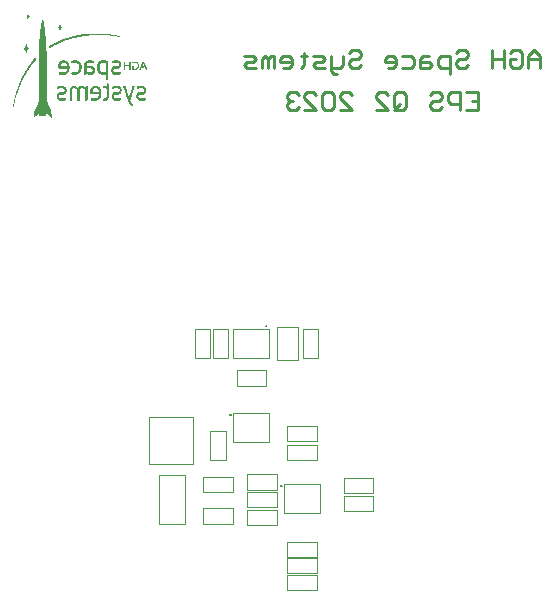
<source format=gbr>
%TF.GenerationSoftware,Altium Limited,Altium Designer,21.6.1 (37)*%
G04 Layer_Color=32896*
%FSLAX45Y45*%
%MOMM*%
%TF.SameCoordinates,713E3131-B0EE-4415-9D9D-843BC13DAD56*%
%TF.FilePolarity,Positive*%
%TF.FileFunction,Legend,Bot*%
%TF.Part,Single*%
G01*
G75*
%TA.AperFunction,NonConductor*%
%ADD35C,0.20000*%
%ADD36C,0.25400*%
%ADD37C,0.10000*%
%ADD38C,0.10160*%
G36*
X914302Y7799461D02*
X916980D01*
Y7796783D01*
X919658D01*
Y7794105D01*
X922336D01*
Y7791427D01*
X925014D01*
Y7786071D01*
X919658D01*
Y7783393D01*
X916980D01*
Y7778037D01*
X914302D01*
Y7770002D01*
X911624D01*
Y7767324D01*
X908945D01*
Y7772680D01*
X906267D01*
Y7778037D01*
Y7780715D01*
X903589D01*
Y7783393D01*
X900911D01*
Y7786071D01*
X898233D01*
Y7791427D01*
X900911D01*
Y7796783D01*
X903589D01*
Y7799461D01*
X906267D01*
Y7807495D01*
X908945D01*
Y7810173D01*
X914302D01*
Y7799461D01*
D02*
G37*
G36*
X1182109Y7724475D02*
X1184787D01*
Y7721797D01*
X1187465D01*
Y7713763D01*
X1190143D01*
Y7708406D01*
X1192822D01*
Y7705728D01*
X1195500D01*
Y7703050D01*
X1198178D01*
Y7700372D01*
X1200856D01*
Y7695016D01*
X1198178D01*
Y7692338D01*
X1195500D01*
Y7689660D01*
X1192822D01*
Y7686982D01*
X1190143D01*
Y7681626D01*
X1187465D01*
Y7673591D01*
X1184787D01*
Y7670913D01*
X1182109D01*
Y7668235D01*
X1179431D01*
Y7676270D01*
X1176753D01*
Y7684304D01*
X1174075D01*
Y7689660D01*
X1171397D01*
Y7692338D01*
X1168719D01*
Y7695016D01*
X1166041D01*
Y7703050D01*
X1171397D01*
Y7705728D01*
X1174075D01*
Y7708406D01*
X1176753D01*
Y7721797D01*
X1179431D01*
Y7727153D01*
X1182109D01*
Y7724475D01*
D02*
G37*
G36*
X1557040Y7641455D02*
X1581143D01*
Y7638776D01*
X1610602D01*
Y7636099D01*
X1626670D01*
Y7633420D01*
X1640060D01*
Y7630742D01*
X1661485D01*
Y7628064D01*
X1664163D01*
Y7625386D01*
X1677553D01*
Y7622708D01*
X1685588D01*
Y7620030D01*
X1666841D01*
Y7622708D01*
X1658807D01*
Y7625386D01*
X1621314D01*
Y7628064D01*
X1602568D01*
Y7630742D01*
X1551684D01*
Y7633420D01*
X1468664D01*
Y7630742D01*
X1431170D01*
Y7628064D01*
X1409746D01*
Y7625386D01*
X1377609D01*
Y7622708D01*
X1369575D01*
Y7620030D01*
X1345472D01*
Y7617352D01*
X1337438D01*
Y7614674D01*
X1324047D01*
Y7611996D01*
X1310657D01*
Y7609318D01*
X1302623D01*
Y7606640D01*
X1286554D01*
Y7603961D01*
X1281198D01*
Y7601284D01*
X1270486D01*
Y7598605D01*
X1259774D01*
Y7595927D01*
X1254417D01*
Y7593249D01*
X1243705D01*
Y7590571D01*
X1238349D01*
Y7587893D01*
X1227637D01*
Y7585215D01*
X1222281D01*
Y7582537D01*
X1216924D01*
Y7579859D01*
X1206212D01*
Y7577181D01*
X1203534D01*
Y7574503D01*
X1192822D01*
Y7571825D01*
X1187465D01*
Y7569146D01*
X1182109D01*
Y7566468D01*
X1176753D01*
Y7563790D01*
X1171397D01*
Y7561112D01*
X1163363D01*
Y7558434D01*
X1160685D01*
Y7555756D01*
X1152650D01*
Y7553078D01*
X1149972D01*
Y7550400D01*
X1144616D01*
Y7547722D01*
X1136582D01*
Y7545044D01*
X1133904D01*
Y7542366D01*
X1128548D01*
Y7539687D01*
X1123192D01*
Y7537010D01*
X1120514D01*
Y7534331D01*
X1115158D01*
Y7531653D01*
X1112479D01*
Y7528975D01*
X1104445D01*
Y7526297D01*
X1101767D01*
Y7523619D01*
X1099089D01*
Y7520941D01*
X1091055D01*
Y7523619D01*
X1088377D01*
Y7539687D01*
X1091055D01*
Y7542366D01*
X1096411D01*
Y7545044D01*
X1099089D01*
Y7547722D01*
X1107123D01*
Y7550400D01*
X1109801D01*
Y7553078D01*
X1115158D01*
Y7555756D01*
X1120514D01*
Y7558434D01*
X1123192D01*
Y7561112D01*
X1131226D01*
Y7563790D01*
X1133904D01*
Y7566468D01*
X1139260D01*
Y7569146D01*
X1144616D01*
Y7571825D01*
X1149972D01*
Y7574503D01*
X1155329D01*
Y7577181D01*
X1160685D01*
Y7579859D01*
X1168719D01*
Y7582537D01*
X1171397D01*
Y7585215D01*
X1179431D01*
Y7587893D01*
X1184787D01*
Y7590571D01*
X1190143D01*
Y7593249D01*
X1198178D01*
Y7595927D01*
X1203534D01*
Y7598605D01*
X1214246D01*
Y7601284D01*
X1219602D01*
Y7603961D01*
X1227637D01*
Y7606640D01*
X1235671D01*
Y7609318D01*
X1241027D01*
Y7611996D01*
X1254417D01*
Y7614674D01*
X1259774D01*
Y7617352D01*
X1270486D01*
Y7620030D01*
X1281198D01*
Y7622708D01*
X1289232D01*
Y7625386D01*
X1307979D01*
Y7628064D01*
X1313335D01*
Y7630742D01*
X1334760D01*
Y7633420D01*
X1345472D01*
Y7636099D01*
X1361541D01*
Y7638776D01*
X1388321D01*
Y7641455D01*
X1407068D01*
Y7644133D01*
X1557040D01*
Y7641455D01*
D02*
G37*
G36*
X900911Y7539687D02*
X903589D01*
Y7534331D01*
X906267D01*
Y7528975D01*
X908945D01*
Y7526297D01*
X911624D01*
Y7523619D01*
X916980D01*
Y7520941D01*
X919658D01*
Y7515585D01*
X914302D01*
Y7512907D01*
X911624D01*
Y7510229D01*
X908945D01*
Y7507551D01*
X906267D01*
Y7499516D01*
X903589D01*
Y7496838D01*
X900911D01*
Y7480770D01*
X895555D01*
Y7483448D01*
X892877D01*
Y7491482D01*
X890199D01*
Y7499516D01*
X887521D01*
Y7504873D01*
X884843D01*
Y7507551D01*
X882165D01*
Y7510229D01*
X879487D01*
Y7512907D01*
X876809D01*
Y7515585D01*
X874130D01*
Y7520941D01*
X876809D01*
Y7523619D01*
X882165D01*
Y7528975D01*
X884843D01*
Y7531653D01*
X887521D01*
Y7537010D01*
X890199D01*
Y7545044D01*
X892877D01*
Y7550400D01*
X895555D01*
Y7555756D01*
X900911D01*
Y7539687D01*
D02*
G37*
G36*
X1449917Y7416496D02*
X1457951D01*
Y7413818D01*
X1465985D01*
Y7411140D01*
X1468664D01*
Y7395071D01*
X1457951D01*
Y7397749D01*
X1449917D01*
Y7400428D01*
X1423136D01*
Y7397749D01*
X1417780D01*
Y7395071D01*
X1412424D01*
Y7392393D01*
X1409746D01*
Y7387037D01*
X1407068D01*
Y7370969D01*
X1409746D01*
Y7368291D01*
X1415102D01*
Y7370969D01*
X1447239D01*
Y7368291D01*
X1460629D01*
Y7365613D01*
X1463307D01*
Y7362935D01*
X1465985D01*
Y7360257D01*
X1468664D01*
Y7357578D01*
X1471341D01*
Y7352222D01*
X1474020D01*
Y7346866D01*
X1476698D01*
Y7320085D01*
X1474020D01*
Y7314729D01*
X1471341D01*
Y7309373D01*
X1468664D01*
Y7306695D01*
X1465985D01*
Y7304017D01*
X1460629D01*
Y7301339D01*
X1457951D01*
Y7298661D01*
X1420458D01*
Y7301339D01*
X1415102D01*
Y7304017D01*
X1409746D01*
Y7306695D01*
X1404390D01*
Y7304017D01*
X1401712D01*
Y7298661D01*
X1388321D01*
Y7395071D01*
X1390999D01*
Y7400428D01*
X1393677D01*
Y7403106D01*
X1396355D01*
Y7405784D01*
X1399034D01*
Y7408462D01*
X1401712D01*
Y7411140D01*
X1404390D01*
Y7413818D01*
X1412424D01*
Y7416496D01*
X1420458D01*
Y7419174D01*
X1449917D01*
Y7416496D01*
D02*
G37*
G36*
X1779320Y7405784D02*
X1781998D01*
Y7338832D01*
X1779320D01*
Y7336154D01*
X1771286D01*
Y7338832D01*
X1768608D01*
Y7368291D01*
X1733793D01*
Y7338832D01*
X1731115D01*
Y7336154D01*
X1723081D01*
Y7338832D01*
X1720403D01*
Y7405784D01*
X1723081D01*
Y7408462D01*
X1731115D01*
Y7405784D01*
X1733793D01*
Y7381681D01*
X1736471D01*
Y7379003D01*
X1765930D01*
Y7381681D01*
X1768608D01*
Y7408462D01*
X1779320D01*
Y7405784D01*
D02*
G37*
G36*
X1827526D02*
X1835560D01*
Y7403106D01*
X1838238D01*
Y7400428D01*
X1843594D01*
Y7395071D01*
X1846272D01*
Y7389715D01*
X1848951D01*
Y7381681D01*
X1851629D01*
Y7365613D01*
X1848951D01*
Y7362935D01*
Y7360257D01*
Y7357578D01*
X1846272D01*
Y7352222D01*
X1843594D01*
Y7349544D01*
X1840916D01*
Y7346866D01*
X1838238D01*
Y7344188D01*
X1835560D01*
Y7341510D01*
X1830204D01*
Y7338832D01*
X1822170D01*
Y7336154D01*
X1800745D01*
Y7338832D01*
X1795389D01*
Y7341510D01*
X1792711D01*
Y7370969D01*
X1795389D01*
Y7373647D01*
X1803423D01*
Y7368291D01*
X1806101D01*
Y7349544D01*
X1827526D01*
Y7352222D01*
X1830204D01*
Y7354900D01*
X1832882D01*
Y7357578D01*
X1835560D01*
Y7362935D01*
X1838238D01*
Y7384359D01*
X1835560D01*
Y7389715D01*
X1832882D01*
Y7392393D01*
X1830204D01*
Y7395071D01*
X1824848D01*
Y7397749D01*
X1800745D01*
Y7395071D01*
X1795389D01*
Y7397749D01*
X1792711D01*
Y7405784D01*
X1795389D01*
Y7408462D01*
X1827526D01*
Y7405784D01*
D02*
G37*
G36*
X1894478Y7403106D02*
X1897156D01*
Y7397749D01*
X1899834D01*
Y7392393D01*
X1902512D01*
Y7384359D01*
X1905190D01*
Y7379003D01*
X1907868D01*
Y7370969D01*
X1910546D01*
Y7365613D01*
X1913224D01*
Y7360257D01*
X1915902D01*
Y7352222D01*
X1918581D01*
Y7349544D01*
X1921259D01*
Y7336154D01*
X1913224D01*
Y7338832D01*
X1910546D01*
Y7344188D01*
X1907868D01*
Y7349544D01*
X1905190D01*
Y7354900D01*
X1902512D01*
Y7365613D01*
X1897156D01*
Y7362935D01*
X1894478D01*
Y7357578D01*
X1873053D01*
Y7354900D01*
X1870375D01*
Y7346866D01*
X1867697D01*
Y7341510D01*
X1865019D01*
Y7338832D01*
X1862341D01*
Y7336154D01*
X1854307D01*
Y7338832D01*
X1851629D01*
Y7344188D01*
X1854307D01*
Y7346866D01*
X1856985D01*
Y7354900D01*
X1859663D01*
Y7360257D01*
X1862341D01*
Y7365613D01*
X1865019D01*
Y7373647D01*
X1867697D01*
Y7379003D01*
X1870375D01*
Y7387037D01*
X1873053D01*
Y7392393D01*
X1875731D01*
Y7397749D01*
X1878410D01*
Y7405784D01*
X1881087D01*
Y7408462D01*
X1894478D01*
Y7403106D01*
D02*
G37*
G36*
X1672197Y7416496D02*
X1677553D01*
Y7413818D01*
X1685588D01*
Y7411140D01*
X1688266D01*
Y7408462D01*
X1690944D01*
Y7405784D01*
X1693622D01*
Y7403106D01*
X1696300D01*
Y7395071D01*
X1698978D01*
Y7387037D01*
X1701656D01*
Y7384359D01*
X1698978D01*
Y7368291D01*
X1696300D01*
Y7360257D01*
X1693622D01*
Y7357578D01*
X1690944D01*
Y7354900D01*
X1688266D01*
Y7352222D01*
X1682910D01*
Y7349544D01*
X1669519D01*
Y7346866D01*
X1642739D01*
Y7344188D01*
X1637382D01*
Y7341510D01*
X1634704D01*
Y7333476D01*
X1632026D01*
Y7328119D01*
X1634704D01*
Y7325441D01*
X1637382D01*
Y7320085D01*
X1640060D01*
Y7317407D01*
X1685588D01*
Y7320085D01*
X1690944D01*
Y7322763D01*
X1693622D01*
Y7320085D01*
X1696300D01*
Y7304017D01*
X1693622D01*
Y7301339D01*
X1688266D01*
Y7298661D01*
X1634704D01*
Y7301339D01*
X1632026D01*
Y7304017D01*
X1626670D01*
Y7306695D01*
X1623992D01*
Y7309373D01*
X1621314D01*
Y7312051D01*
X1618636D01*
Y7317407D01*
X1615958D01*
Y7322763D01*
X1613280D01*
Y7341510D01*
X1615958D01*
Y7349544D01*
X1618636D01*
Y7354900D01*
X1621314D01*
Y7357578D01*
X1623992D01*
Y7360257D01*
X1626670D01*
Y7362935D01*
X1632026D01*
Y7365613D01*
X1634704D01*
Y7368291D01*
X1674875D01*
Y7370969D01*
X1677553D01*
Y7373647D01*
X1680232D01*
Y7392393D01*
X1677553D01*
Y7395071D01*
X1672197D01*
Y7397749D01*
X1669519D01*
Y7400428D01*
X1640060D01*
Y7397749D01*
X1632026D01*
Y7395071D01*
X1618636D01*
Y7411140D01*
X1621314D01*
Y7413818D01*
X1629348D01*
Y7416496D01*
X1637382D01*
Y7419174D01*
X1672197D01*
Y7416496D01*
D02*
G37*
G36*
X1324047D02*
X1329403D01*
Y7413818D01*
X1337438D01*
Y7411140D01*
X1342794D01*
Y7408462D01*
X1345472D01*
Y7405784D01*
X1348150D01*
Y7403106D01*
X1350828D01*
Y7400428D01*
X1353506D01*
Y7397749D01*
X1356184D01*
Y7392393D01*
X1358862D01*
Y7387037D01*
X1361541D01*
Y7376325D01*
X1364219D01*
Y7344188D01*
X1361541D01*
Y7330798D01*
X1358862D01*
Y7325441D01*
X1356184D01*
Y7320085D01*
X1353506D01*
Y7317407D01*
X1350828D01*
Y7312051D01*
X1348150D01*
Y7309373D01*
X1342794D01*
Y7306695D01*
X1340116D01*
Y7304017D01*
X1334760D01*
Y7301339D01*
X1329403D01*
Y7298661D01*
X1281198D01*
Y7304017D01*
X1278520D01*
Y7314729D01*
X1281198D01*
Y7317407D01*
X1326725D01*
Y7320085D01*
X1329403D01*
Y7322763D01*
X1332082D01*
Y7325441D01*
X1334760D01*
Y7328119D01*
X1337438D01*
Y7333476D01*
X1340116D01*
Y7338832D01*
X1342794D01*
Y7349544D01*
X1345472D01*
Y7368291D01*
X1342794D01*
Y7379003D01*
X1340116D01*
Y7384359D01*
X1337438D01*
Y7389715D01*
X1334760D01*
Y7392393D01*
X1329403D01*
Y7395071D01*
X1326725D01*
Y7397749D01*
X1321369D01*
Y7400428D01*
X1289232D01*
Y7397749D01*
X1281198D01*
Y7400428D01*
X1278520D01*
Y7405784D01*
Y7408462D01*
Y7411140D01*
X1281198D01*
Y7416496D01*
X1289232D01*
Y7419174D01*
X1324047D01*
Y7416496D01*
D02*
G37*
G36*
X1227637D02*
X1232993D01*
Y7413818D01*
X1238349D01*
Y7411140D01*
X1243705D01*
Y7408462D01*
X1246383D01*
Y7405784D01*
X1249061D01*
Y7403106D01*
X1251739D01*
Y7400428D01*
X1254417D01*
Y7392393D01*
X1257096D01*
Y7389715D01*
X1259774D01*
Y7368291D01*
X1262452D01*
Y7349544D01*
X1259774D01*
Y7330798D01*
X1257096D01*
Y7325441D01*
X1254417D01*
Y7320085D01*
X1251739D01*
Y7314729D01*
X1249061D01*
Y7312051D01*
X1246383D01*
Y7309373D01*
X1243705D01*
Y7306695D01*
X1241027D01*
Y7304017D01*
X1232993D01*
Y7301339D01*
X1230315D01*
Y7298661D01*
X1176753D01*
Y7301339D01*
X1174075D01*
Y7306695D01*
X1171397D01*
Y7314729D01*
X1174075D01*
Y7317407D01*
X1224958D01*
Y7320085D01*
X1227637D01*
Y7322763D01*
X1232993D01*
Y7325441D01*
X1235671D01*
Y7330798D01*
X1238349D01*
Y7333476D01*
X1241027D01*
Y7349544D01*
X1171397D01*
Y7352222D01*
X1168719D01*
Y7384359D01*
X1171397D01*
Y7395071D01*
X1174075D01*
Y7400428D01*
X1176753D01*
Y7403106D01*
X1179431D01*
Y7405784D01*
X1182109D01*
Y7408462D01*
X1184787D01*
Y7411140D01*
X1187465D01*
Y7413818D01*
X1195500D01*
Y7416496D01*
X1200856D01*
Y7419174D01*
X1227637D01*
Y7416496D01*
D02*
G37*
G36*
X1570430D02*
X1578465D01*
Y7413818D01*
X1589177D01*
Y7253133D01*
X1573109D01*
Y7255811D01*
X1570430D01*
Y7298661D01*
X1527581D01*
Y7301339D01*
X1522225D01*
Y7304017D01*
X1516869D01*
Y7306695D01*
X1514191D01*
Y7309373D01*
X1511513D01*
Y7312051D01*
X1508835D01*
Y7314729D01*
X1506156D01*
Y7320085D01*
X1503479D01*
Y7325441D01*
X1500800D01*
Y7328119D01*
X1498122D01*
Y7344188D01*
Y7346866D01*
Y7349544D01*
X1495444D01*
Y7370969D01*
X1498122D01*
Y7389715D01*
X1500800D01*
Y7392393D01*
X1503479D01*
Y7397749D01*
X1506156D01*
Y7403106D01*
X1508835D01*
Y7405784D01*
X1511513D01*
Y7408462D01*
X1514191D01*
Y7411140D01*
X1519547D01*
Y7413818D01*
X1527581D01*
Y7416496D01*
X1532937D01*
Y7419174D01*
X1570430D01*
Y7416496D01*
D02*
G37*
G36*
X1412424Y7199572D02*
X1415102D01*
Y7081736D01*
X1412424D01*
Y7079058D01*
X1401712D01*
Y7076380D01*
X1399034D01*
Y7079058D01*
X1396355D01*
Y7081736D01*
X1393677D01*
Y7162079D01*
X1396355D01*
Y7164757D01*
X1393677D01*
Y7170113D01*
X1390999D01*
Y7172791D01*
X1388321D01*
Y7175469D01*
X1385643D01*
Y7178147D01*
X1380287D01*
Y7180825D01*
X1374931D01*
Y7183503D01*
X1358862D01*
Y7180825D01*
X1356184D01*
Y7178147D01*
X1353506D01*
Y7175469D01*
X1350828D01*
Y7164757D01*
X1348150D01*
Y7087093D01*
Y7084415D01*
Y7079058D01*
X1329403D01*
Y7081736D01*
X1326725D01*
Y7089771D01*
X1329403D01*
Y7156723D01*
X1326725D01*
Y7159401D01*
X1329403D01*
Y7167435D01*
X1326725D01*
Y7170113D01*
X1324047D01*
Y7175469D01*
X1318691D01*
Y7178147D01*
X1316013D01*
Y7180825D01*
X1310657D01*
Y7183503D01*
X1294588D01*
Y7180825D01*
X1289232D01*
Y7178147D01*
X1286554D01*
Y7172791D01*
X1283876D01*
Y7162079D01*
X1281198D01*
Y7087093D01*
X1283876D01*
Y7084415D01*
X1281198D01*
Y7079058D01*
X1275842D01*
Y7076380D01*
X1273164D01*
Y7079058D01*
X1262452D01*
Y7172791D01*
X1265130D01*
Y7178147D01*
X1267808D01*
Y7186181D01*
X1270486D01*
Y7188860D01*
X1273164D01*
Y7194216D01*
X1278520D01*
Y7196894D01*
X1281198D01*
Y7199572D01*
X1283876D01*
Y7202250D01*
X1313335D01*
Y7199572D01*
X1316013D01*
Y7196894D01*
X1321369D01*
Y7194216D01*
X1326725D01*
Y7191538D01*
X1329403D01*
Y7188860D01*
X1337438D01*
Y7194216D01*
X1342794D01*
Y7196894D01*
X1345472D01*
Y7199572D01*
X1350828D01*
Y7202250D01*
X1377609D01*
Y7199572D01*
X1382965D01*
Y7196894D01*
X1385643D01*
Y7194216D01*
X1390999D01*
Y7191538D01*
X1399034D01*
Y7199572D01*
X1401712D01*
Y7202250D01*
X1412424D01*
Y7199572D01*
D02*
G37*
G36*
X1814136Y7191538D02*
X1811457D01*
Y7183503D01*
X1808779D01*
Y7178147D01*
X1806101D01*
Y7164757D01*
X1803423D01*
Y7159401D01*
X1800745D01*
Y7151366D01*
X1798067D01*
Y7140654D01*
X1795389D01*
Y7135298D01*
X1792711D01*
Y7124586D01*
X1790033D01*
Y7119230D01*
X1787355D01*
Y7108517D01*
X1784677D01*
Y7100483D01*
X1781998D01*
Y7092449D01*
X1779320D01*
Y7084415D01*
Y7081736D01*
X1776642D01*
Y7073702D01*
X1779320D01*
Y7068346D01*
X1781998D01*
Y7062990D01*
X1784677D01*
Y7060312D01*
X1787355D01*
Y7057634D01*
X1790033D01*
Y7054956D01*
X1792711D01*
Y7052277D01*
X1798067D01*
Y7046921D01*
X1800745D01*
Y7041565D01*
X1798067D01*
Y7036209D01*
X1795389D01*
Y7033531D01*
X1787355D01*
Y7036209D01*
X1781998D01*
Y7038887D01*
X1779320D01*
Y7041565D01*
X1776642D01*
Y7044243D01*
X1773964D01*
Y7046921D01*
X1771286D01*
Y7049600D01*
X1768608D01*
Y7054956D01*
X1765930D01*
Y7060312D01*
X1763252D01*
Y7065668D01*
X1760574D01*
Y7073702D01*
X1757896D01*
Y7079058D01*
X1755218D01*
Y7089771D01*
X1752540D01*
Y7095127D01*
X1749862D01*
Y7105839D01*
X1747184D01*
Y7111195D01*
X1744506D01*
Y7119230D01*
X1741827D01*
Y7129942D01*
X1739149D01*
Y7132620D01*
X1736471D01*
Y7146010D01*
X1733793D01*
Y7151366D01*
X1731115D01*
Y7159401D01*
X1728437D01*
Y7167435D01*
X1725759D01*
Y7172791D01*
X1723081D01*
Y7183503D01*
X1720403D01*
Y7188860D01*
X1717725D01*
Y7202250D01*
X1733793D01*
Y7199572D01*
X1736471D01*
Y7194216D01*
X1739149D01*
Y7191538D01*
X1741827D01*
Y7175469D01*
X1744506D01*
Y7172791D01*
X1747184D01*
Y7159401D01*
X1749862D01*
Y7154045D01*
X1752540D01*
Y7146010D01*
X1755218D01*
Y7135298D01*
X1757896D01*
Y7129942D01*
X1760574D01*
Y7113874D01*
X1763252D01*
Y7111195D01*
X1765930D01*
Y7113874D01*
X1768608D01*
Y7121908D01*
X1771286D01*
Y7127264D01*
X1773964D01*
Y7140654D01*
X1776642D01*
Y7146010D01*
X1779320D01*
Y7154045D01*
X1781998D01*
Y7164757D01*
X1784677D01*
Y7170113D01*
X1787355D01*
Y7183503D01*
X1790033D01*
Y7188860D01*
X1792711D01*
Y7199572D01*
X1795389D01*
Y7202250D01*
X1814136D01*
Y7191538D01*
D02*
G37*
G36*
X1498122Y7199572D02*
X1506156D01*
Y7196894D01*
X1508835D01*
Y7194216D01*
X1514191D01*
Y7191538D01*
X1516869D01*
Y7188860D01*
X1519547D01*
Y7186181D01*
X1522225D01*
Y7180825D01*
X1524903D01*
Y7175469D01*
X1527581D01*
Y7170113D01*
X1530259D01*
Y7113874D01*
X1527581D01*
Y7108517D01*
X1524903D01*
Y7103161D01*
X1522225D01*
Y7097805D01*
X1519547D01*
Y7095127D01*
X1516869D01*
Y7092449D01*
X1514191D01*
Y7089771D01*
X1511513D01*
Y7087093D01*
X1508835D01*
Y7084415D01*
X1503479D01*
Y7081736D01*
X1498122D01*
Y7079058D01*
X1447239D01*
Y7081736D01*
X1444561D01*
Y7084415D01*
X1441883D01*
Y7097805D01*
X1444561D01*
Y7100483D01*
X1449917D01*
Y7097805D01*
X1492766D01*
Y7100483D01*
X1498122D01*
Y7103161D01*
X1500800D01*
Y7105839D01*
X1503479D01*
Y7108517D01*
X1506156D01*
Y7113874D01*
X1508835D01*
Y7116551D01*
X1511513D01*
Y7129942D01*
X1508835D01*
Y7132620D01*
X1441883D01*
Y7135298D01*
X1439205D01*
Y7140654D01*
X1436526D01*
Y7154045D01*
X1439205D01*
Y7172791D01*
X1441883D01*
Y7180825D01*
X1444561D01*
Y7183503D01*
X1447239D01*
Y7188860D01*
X1449917D01*
Y7191538D01*
X1452595D01*
Y7194216D01*
X1457951D01*
Y7196894D01*
X1460629D01*
Y7199572D01*
X1465985D01*
Y7202250D01*
X1498122D01*
Y7199572D01*
D02*
G37*
G36*
X1889122D02*
X1894478D01*
Y7196894D01*
X1899834D01*
Y7194216D01*
X1902512D01*
Y7191538D01*
X1905190D01*
Y7188860D01*
X1907868D01*
Y7183503D01*
X1910546D01*
Y7178147D01*
X1913224D01*
Y7154045D01*
X1910546D01*
Y7146010D01*
X1907868D01*
Y7140654D01*
X1905190D01*
Y7137976D01*
X1902512D01*
Y7135298D01*
X1899834D01*
Y7132620D01*
X1891800D01*
Y7129942D01*
X1856985D01*
Y7127264D01*
X1851629D01*
Y7124586D01*
X1848951D01*
Y7119230D01*
X1846272D01*
Y7108517D01*
X1848951D01*
Y7105839D01*
X1851629D01*
Y7100483D01*
X1854307D01*
Y7097805D01*
X1897156D01*
Y7100483D01*
X1902512D01*
Y7103161D01*
X1907868D01*
Y7081736D01*
X1899834D01*
Y7079058D01*
X1848951D01*
Y7081736D01*
X1843594D01*
Y7084415D01*
X1840916D01*
Y7087093D01*
X1838238D01*
Y7089771D01*
X1835560D01*
Y7092449D01*
X1832882D01*
Y7097805D01*
X1830204D01*
Y7100483D01*
X1827526D01*
Y7127264D01*
X1830204D01*
Y7132620D01*
X1832882D01*
Y7137976D01*
X1835560D01*
Y7140654D01*
X1838238D01*
Y7143332D01*
X1840916D01*
Y7146010D01*
X1846272D01*
Y7148689D01*
X1854307D01*
Y7151366D01*
X1889122D01*
Y7156723D01*
X1891800D01*
Y7159401D01*
X1894478D01*
Y7172791D01*
X1891800D01*
Y7175469D01*
X1889122D01*
Y7180825D01*
X1883765D01*
Y7183503D01*
X1848951D01*
Y7180825D01*
X1840916D01*
Y7178147D01*
X1832882D01*
Y7196894D01*
X1835560D01*
Y7199572D01*
X1846272D01*
Y7202250D01*
X1889122D01*
Y7199572D01*
D02*
G37*
G36*
X1680232D02*
X1685588D01*
Y7196894D01*
X1688266D01*
Y7194216D01*
X1693622D01*
Y7191538D01*
X1696300D01*
Y7188860D01*
X1698978D01*
Y7183503D01*
X1701656D01*
Y7178147D01*
X1704334D01*
Y7156723D01*
X1701656D01*
Y7146010D01*
X1698978D01*
Y7143332D01*
X1696300D01*
Y7137976D01*
X1690944D01*
Y7135298D01*
X1688266D01*
Y7132620D01*
X1682910D01*
Y7129942D01*
X1648095D01*
Y7127264D01*
X1642739D01*
Y7124586D01*
X1640060D01*
Y7119230D01*
X1637382D01*
Y7108517D01*
X1640060D01*
Y7103161D01*
X1642739D01*
Y7100483D01*
X1645417D01*
Y7097805D01*
X1688266D01*
Y7100483D01*
X1693622D01*
Y7103161D01*
X1698978D01*
Y7084415D01*
X1696300D01*
Y7081736D01*
X1690944D01*
Y7079058D01*
X1640060D01*
Y7081736D01*
X1634704D01*
Y7084415D01*
X1632026D01*
Y7087093D01*
X1626670D01*
Y7092449D01*
X1621314D01*
Y7100483D01*
X1618636D01*
Y7127264D01*
X1621314D01*
Y7135298D01*
X1623992D01*
Y7137976D01*
X1626670D01*
Y7143332D01*
X1632026D01*
Y7146010D01*
X1634704D01*
Y7148689D01*
X1645417D01*
Y7151366D01*
X1677553D01*
Y7154045D01*
X1680232D01*
Y7156723D01*
X1682910D01*
Y7159401D01*
X1685588D01*
Y7172791D01*
X1682910D01*
Y7178147D01*
X1677553D01*
Y7180825D01*
X1674875D01*
Y7183503D01*
X1640060D01*
Y7180825D01*
X1632026D01*
Y7178147D01*
X1621314D01*
Y7194216D01*
X1623992D01*
Y7196894D01*
X1626670D01*
Y7199572D01*
X1637382D01*
Y7202250D01*
X1680232D01*
Y7199572D01*
D02*
G37*
G36*
X1589177Y7220996D02*
X1594533D01*
Y7164757D01*
Y7162079D01*
Y7097805D01*
X1591855D01*
Y7092449D01*
X1589177D01*
Y7087093D01*
X1586499D01*
Y7084415D01*
X1583821D01*
Y7081736D01*
X1581143D01*
Y7079058D01*
X1549006D01*
Y7095127D01*
X1551684D01*
Y7097805D01*
X1567752D01*
Y7100483D01*
X1570430D01*
Y7103161D01*
X1573109D01*
Y7105839D01*
X1575787D01*
Y7180825D01*
X1573109D01*
Y7183503D01*
X1551684D01*
Y7186181D01*
X1549006D01*
Y7199572D01*
X1551684D01*
Y7202250D01*
X1575787D01*
Y7204928D01*
X1578465D01*
Y7212962D01*
X1581143D01*
Y7220996D01*
X1583821D01*
Y7223674D01*
X1589177D01*
Y7220996D01*
D02*
G37*
G36*
X1214246Y7199572D02*
X1219602D01*
Y7196894D01*
X1224958D01*
Y7194216D01*
X1227637D01*
Y7191538D01*
X1230315D01*
Y7188860D01*
X1232993D01*
Y7186181D01*
X1235671D01*
Y7180825D01*
X1238349D01*
Y7172791D01*
X1241027D01*
Y7159401D01*
X1238349D01*
Y7151366D01*
X1235671D01*
Y7143332D01*
X1232993D01*
Y7140654D01*
X1230315D01*
Y7137976D01*
X1227637D01*
Y7135298D01*
X1224958D01*
Y7132620D01*
X1219602D01*
Y7129942D01*
X1182109D01*
Y7127264D01*
X1179431D01*
Y7124586D01*
X1176753D01*
Y7121908D01*
X1174075D01*
Y7105839D01*
X1176753D01*
Y7100483D01*
X1182109D01*
Y7097805D01*
X1222281D01*
Y7100483D01*
X1227637D01*
Y7103161D01*
X1232993D01*
Y7100483D01*
X1235671D01*
Y7084415D01*
X1232993D01*
Y7081736D01*
X1224958D01*
Y7079058D01*
X1174075D01*
Y7081736D01*
X1171397D01*
Y7084415D01*
X1166041D01*
Y7087093D01*
X1163363D01*
Y7089771D01*
X1160685D01*
Y7092449D01*
X1158007D01*
Y7097805D01*
X1155329D01*
Y7103161D01*
X1152650D01*
Y7124586D01*
X1155329D01*
Y7129942D01*
X1158007D01*
Y7137976D01*
X1160685D01*
Y7140654D01*
X1163363D01*
Y7143332D01*
X1166041D01*
Y7146010D01*
X1171397D01*
Y7148689D01*
X1182109D01*
Y7151366D01*
X1214246D01*
Y7154045D01*
X1216924D01*
Y7156723D01*
X1219602D01*
Y7162079D01*
X1222281D01*
Y7170113D01*
X1219602D01*
Y7175469D01*
X1216924D01*
Y7178147D01*
X1214246D01*
Y7180825D01*
X1208890D01*
Y7183503D01*
X1174075D01*
Y7180825D01*
X1166041D01*
Y7178147D01*
X1158007D01*
Y7196894D01*
X1163363D01*
Y7199572D01*
X1171397D01*
Y7202250D01*
X1214246D01*
Y7199572D01*
D02*
G37*
G36*
X975897Y7440599D02*
X978575D01*
Y7435243D01*
X975897D01*
Y7416496D01*
X973219D01*
Y7413818D01*
X970541D01*
Y7411140D01*
X967863D01*
Y7408462D01*
X965185D01*
Y7405784D01*
X962507D01*
Y7403106D01*
X959829D01*
Y7397749D01*
X957151D01*
Y7395071D01*
X954473D01*
Y7392393D01*
X951795D01*
Y7389715D01*
X949116D01*
Y7387037D01*
X946439D01*
Y7381681D01*
X943760D01*
Y7379003D01*
X941082D01*
Y7376325D01*
X938404D01*
Y7370969D01*
X935726D01*
Y7368291D01*
X933048D01*
Y7362935D01*
X930370D01*
Y7360257D01*
X927692D01*
Y7357578D01*
X925014D01*
Y7352222D01*
X922336D01*
Y7349544D01*
X919658D01*
Y7344188D01*
X916980D01*
Y7341510D01*
X914302D01*
Y7336154D01*
X911624D01*
Y7333476D01*
X908945D01*
Y7328119D01*
X906267D01*
Y7322763D01*
X903589D01*
Y7320085D01*
X900911D01*
Y7314729D01*
X898233D01*
Y7312051D01*
X895555D01*
Y7306695D01*
X892877D01*
Y7301339D01*
X890199D01*
Y7298661D01*
X887521D01*
Y7290627D01*
X884843D01*
Y7287948D01*
X882165D01*
Y7282592D01*
X879487D01*
Y7277236D01*
X876809D01*
Y7271880D01*
X874130D01*
Y7266524D01*
X871452D01*
Y7263846D01*
X868774D01*
Y7255811D01*
X866096D01*
Y7253133D01*
X863418D01*
Y7245099D01*
X860740D01*
Y7239743D01*
X858062D01*
Y7237065D01*
X855384D01*
Y7229031D01*
X852706D01*
Y7223674D01*
X850028D01*
Y7215640D01*
X847350D01*
Y7210284D01*
X844672D01*
Y7204928D01*
X841993D01*
Y7196894D01*
X839316D01*
Y7191538D01*
X836637D01*
Y7180825D01*
X833959D01*
Y7178147D01*
X831281D01*
Y7170113D01*
X828603D01*
Y7162079D01*
X825925D01*
Y7154045D01*
X823247D01*
Y7146010D01*
X820569D01*
Y7140654D01*
X817891D01*
Y7127264D01*
X815213D01*
Y7121908D01*
X812535D01*
Y7113874D01*
X809857D01*
Y7103161D01*
X807178D01*
Y7097805D01*
X804500D01*
Y7081736D01*
X801822D01*
Y7076380D01*
X799144D01*
Y7060312D01*
X796466D01*
Y7054956D01*
X793788D01*
Y7049600D01*
X791110D01*
Y7028175D01*
X785754D01*
Y7052277D01*
X788432D01*
Y7057634D01*
X791110D01*
Y7076380D01*
X793788D01*
Y7084415D01*
X796466D01*
Y7095127D01*
X799144D01*
Y7108517D01*
X801822D01*
Y7116551D01*
X804500D01*
Y7129942D01*
X807178D01*
Y7137976D01*
X809857D01*
Y7146010D01*
X812535D01*
Y7156723D01*
X815213D01*
Y7162079D01*
X817891D01*
Y7172791D01*
X820569D01*
Y7180825D01*
X823247D01*
Y7188860D01*
X825925D01*
Y7196894D01*
X828603D01*
Y7202250D01*
X831281D01*
Y7210284D01*
X833959D01*
Y7215640D01*
X836637D01*
Y7226353D01*
X839316D01*
Y7231709D01*
X841993D01*
Y7237065D01*
X844672D01*
Y7245099D01*
X847350D01*
Y7247777D01*
X850028D01*
Y7255811D01*
X852706D01*
Y7261168D01*
X855384D01*
Y7266524D01*
X858062D01*
Y7271880D01*
X860740D01*
Y7277236D01*
X863418D01*
Y7285270D01*
X866096D01*
Y7287948D01*
X868774D01*
Y7295983D01*
X871452D01*
Y7298661D01*
X874130D01*
Y7304017D01*
X876809D01*
Y7309373D01*
X879487D01*
Y7314729D01*
X882165D01*
Y7320085D01*
X884843D01*
Y7322763D01*
X887521D01*
Y7328119D01*
X890199D01*
Y7333476D01*
X892877D01*
Y7336154D01*
X895555D01*
Y7341510D01*
X898233D01*
Y7344188D01*
X900911D01*
Y7352222D01*
X903589D01*
Y7354900D01*
X906267D01*
Y7357578D01*
X908945D01*
Y7362935D01*
X911624D01*
Y7365613D01*
X914302D01*
Y7370969D01*
X916980D01*
Y7373647D01*
X919658D01*
Y7379003D01*
X922336D01*
Y7381681D01*
X925014D01*
Y7384359D01*
X927692D01*
Y7389715D01*
X930370D01*
Y7392393D01*
X933048D01*
Y7397749D01*
X935726D01*
Y7400428D01*
X938404D01*
Y7403106D01*
X941082D01*
Y7405784D01*
X943760D01*
Y7408462D01*
X946439D01*
Y7413818D01*
X949116D01*
Y7416496D01*
X951795D01*
Y7419174D01*
X954473D01*
Y7421852D01*
X957151D01*
Y7427208D01*
X959829D01*
Y7429886D01*
X962507D01*
Y7432565D01*
X965185D01*
Y7435243D01*
X967863D01*
Y7437921D01*
X970541D01*
Y7440599D01*
X973219D01*
Y7443277D01*
X975897D01*
Y7440599D01*
D02*
G37*
G36*
X1034815Y7761968D02*
X1037493D01*
Y7759290D01*
X1040171D01*
Y7748578D01*
X1042849D01*
Y7732509D01*
X1045528D01*
Y7727153D01*
X1048205D01*
Y7703050D01*
X1050884D01*
Y7692338D01*
X1053562D01*
Y7668235D01*
X1056240D01*
Y7644133D01*
X1058918D01*
Y7628064D01*
X1061596D01*
Y7582537D01*
X1064274D01*
Y7561112D01*
X1066952D01*
Y7496838D01*
X1069630D01*
Y7445955D01*
X1072308D01*
Y7365613D01*
Y7362935D01*
Y7325441D01*
X1074986D01*
Y7218319D01*
X1072308D01*
Y7071024D01*
X1074986D01*
Y7062990D01*
X1077664D01*
Y7057634D01*
X1080343D01*
Y7049600D01*
X1083020D01*
Y7044243D01*
X1085699D01*
Y7036209D01*
X1088377D01*
Y7030853D01*
X1091055D01*
Y7025497D01*
X1093733D01*
Y7017463D01*
X1096411D01*
Y7012106D01*
X1099089D01*
Y7004072D01*
X1101767D01*
Y6998716D01*
X1104445D01*
Y6996038D01*
X1107123D01*
Y6977292D01*
X1109801D01*
Y6963901D01*
X1112479D01*
Y6934442D01*
X1107123D01*
Y6937120D01*
X1104445D01*
Y6939798D01*
X1101767D01*
Y6942476D01*
X1099089D01*
Y6945155D01*
X1096411D01*
Y6947833D01*
X1093733D01*
Y6950511D01*
X1091055D01*
Y6953189D01*
X1088377D01*
Y6955867D01*
X1085699D01*
Y6958545D01*
X1080343D01*
Y6961223D01*
X1077664D01*
Y6963901D01*
X1074986D01*
Y6966579D01*
X1072308D01*
Y6969257D01*
X1066952D01*
Y6945155D01*
X1010712D01*
Y6947833D01*
X1008034D01*
Y6969257D01*
X1002678D01*
Y6966579D01*
X1000000D01*
Y6963901D01*
X997322D01*
Y6961223D01*
X994644D01*
Y6958545D01*
X989288D01*
Y6955867D01*
X986610D01*
Y6953189D01*
X983932D01*
Y6950511D01*
X978575D01*
Y6947833D01*
X975897D01*
Y6945155D01*
X973219D01*
Y6942476D01*
X970541D01*
Y6939798D01*
X967863D01*
Y6937120D01*
X965185D01*
Y6934442D01*
X959829D01*
Y6947833D01*
X962507D01*
Y6961223D01*
X965185D01*
Y6988004D01*
X967863D01*
Y6993360D01*
X970541D01*
Y7001394D01*
X973219D01*
Y7006750D01*
X975897D01*
Y7012106D01*
X978575D01*
Y7022819D01*
X981254D01*
Y7025497D01*
X983932D01*
Y7033531D01*
X986610D01*
Y7038887D01*
X989288D01*
Y7044243D01*
X991966D01*
Y7052277D01*
X994644D01*
Y7057634D01*
X997322D01*
Y7065668D01*
X1000000D01*
Y7071024D01*
X1002678D01*
Y7159401D01*
X1000000D01*
Y7440599D01*
X1002678D01*
Y7512907D01*
X1005356D01*
Y7569146D01*
X1008034D01*
Y7595927D01*
X1010712D01*
Y7638776D01*
X1013390D01*
Y7657523D01*
X1016069D01*
Y7681626D01*
X1018747D01*
Y7700372D01*
X1021425D01*
Y7713763D01*
X1024103D01*
Y7735187D01*
X1026781D01*
Y7740543D01*
X1029459D01*
Y7761968D01*
X1032137D01*
Y7764646D01*
X1034815D01*
Y7761968D01*
D02*
G37*
%LPC*%
G36*
X1447239Y7352222D02*
X1412424D01*
Y7349544D01*
X1409746D01*
Y7346866D01*
X1407068D01*
Y7325441D01*
X1409746D01*
Y7322763D01*
X1415102D01*
Y7320085D01*
X1420458D01*
Y7317407D01*
X1452595D01*
Y7322763D01*
X1455273D01*
Y7328119D01*
X1457951D01*
Y7341510D01*
X1455273D01*
Y7346866D01*
X1452595D01*
Y7349544D01*
X1447239D01*
Y7352222D01*
D02*
G37*
G36*
X1889122Y7389715D02*
X1883765D01*
Y7379003D01*
X1881087D01*
Y7373647D01*
X1878410D01*
Y7370969D01*
X1886444D01*
Y7368291D01*
X1897156D01*
Y7376325D01*
X1894478D01*
Y7381681D01*
X1891800D01*
Y7387037D01*
X1889122D01*
Y7389715D01*
D02*
G37*
G36*
X1224958Y7400428D02*
X1203534D01*
Y7397749D01*
X1198178D01*
Y7395071D01*
X1195500D01*
Y7392393D01*
X1192822D01*
Y7389715D01*
X1190143D01*
Y7387037D01*
Y7381681D01*
X1187465D01*
Y7370969D01*
X1190143D01*
Y7368291D01*
X1238349D01*
Y7370969D01*
X1241027D01*
Y7384359D01*
X1238349D01*
Y7387037D01*
X1235671D01*
Y7392393D01*
X1232993D01*
Y7395071D01*
X1227637D01*
Y7397749D01*
X1224958D01*
Y7400428D01*
D02*
G37*
G36*
X1562396D02*
X1538294D01*
Y7397749D01*
X1532937D01*
Y7395071D01*
X1527581D01*
Y7392393D01*
X1524903D01*
Y7389715D01*
X1522225D01*
Y7387037D01*
X1519547D01*
Y7381681D01*
X1516869D01*
Y7360257D01*
Y7357578D01*
Y7336154D01*
X1519547D01*
Y7330798D01*
X1522225D01*
Y7325441D01*
X1524903D01*
Y7322763D01*
X1530259D01*
Y7320085D01*
X1532937D01*
Y7317407D01*
X1562396D01*
Y7320085D01*
X1567752D01*
Y7325441D01*
X1570430D01*
Y7395071D01*
X1567752D01*
Y7397749D01*
X1562396D01*
Y7400428D01*
D02*
G37*
G36*
X1495444Y7183503D02*
X1471341D01*
Y7180825D01*
X1465985D01*
Y7175469D01*
X1460629D01*
Y7167435D01*
X1457951D01*
Y7154045D01*
X1460629D01*
Y7151366D01*
X1471341D01*
Y7154045D01*
X1474020D01*
Y7151366D01*
X1498122D01*
Y7154045D01*
X1500800D01*
Y7151366D01*
X1508835D01*
Y7154045D01*
X1511513D01*
Y7164757D01*
X1508835D01*
Y7170113D01*
X1506156D01*
Y7175469D01*
X1503479D01*
Y7178147D01*
X1500800D01*
Y7180825D01*
X1495444D01*
Y7183503D01*
D02*
G37*
%LPD*%
D35*
X2930000Y5170000D02*
G03*
X2930000Y5170000I-5000J0D01*
G01*
D36*
X3055590Y3815000D02*
G03*
X3055590Y3815000I-5590J0D01*
G01*
X2625590Y4415000D02*
G03*
X2625590Y4415000I-5590J0D01*
G01*
X5249600Y7356183D02*
Y7457751D01*
X5198817Y7508534D01*
X5148033Y7457751D01*
Y7356183D01*
Y7432359D01*
X5249600D01*
X4995682Y7483142D02*
X5021074Y7508534D01*
X5071858D01*
X5097249Y7483142D01*
Y7381575D01*
X5071858Y7356183D01*
X5021074D01*
X4995682Y7381575D01*
Y7432359D01*
X5046466D01*
X4944899Y7508534D02*
Y7356183D01*
Y7432359D01*
X4843331D01*
Y7508534D01*
Y7356183D01*
X4538630Y7483142D02*
X4564022Y7508534D01*
X4614805D01*
X4640197Y7483142D01*
Y7457751D01*
X4614805Y7432359D01*
X4564022D01*
X4538630Y7406967D01*
Y7381575D01*
X4564022Y7356183D01*
X4614805D01*
X4640197Y7381575D01*
X4487846Y7305400D02*
Y7457751D01*
X4411671D01*
X4386279Y7432359D01*
Y7381575D01*
X4411671Y7356183D01*
X4487846D01*
X4310104Y7457751D02*
X4259320D01*
X4233929Y7432359D01*
Y7356183D01*
X4310104D01*
X4335496Y7381575D01*
X4310104Y7406967D01*
X4233929D01*
X4081578Y7457751D02*
X4157753D01*
X4183145Y7432359D01*
Y7381575D01*
X4157753Y7356183D01*
X4081578D01*
X3954619D02*
X4005402D01*
X4030794Y7381575D01*
Y7432359D01*
X4005402Y7457751D01*
X3954619D01*
X3929227Y7432359D01*
Y7406967D01*
X4030794D01*
X3624526Y7483142D02*
X3649918Y7508534D01*
X3700701D01*
X3726093Y7483142D01*
Y7457751D01*
X3700701Y7432359D01*
X3649918D01*
X3624526Y7406967D01*
Y7381575D01*
X3649918Y7356183D01*
X3700701D01*
X3726093Y7381575D01*
X3573742Y7457751D02*
Y7381575D01*
X3548350Y7356183D01*
X3472175D01*
Y7330792D01*
X3497567Y7305400D01*
X3522959D01*
X3472175Y7356183D02*
Y7457751D01*
X3421391Y7356183D02*
X3345216D01*
X3319824Y7381575D01*
X3345216Y7406967D01*
X3396000D01*
X3421391Y7432359D01*
X3396000Y7457751D01*
X3319824D01*
X3243649Y7483142D02*
Y7457751D01*
X3269041D01*
X3218257D01*
X3243649D01*
Y7381575D01*
X3218257Y7356183D01*
X3065906D02*
X3116690D01*
X3142082Y7381575D01*
Y7432359D01*
X3116690Y7457751D01*
X3065906D01*
X3040515Y7432359D01*
Y7406967D01*
X3142082D01*
X2989731Y7356183D02*
Y7457751D01*
X2964339D01*
X2938948Y7432359D01*
Y7356183D01*
Y7432359D01*
X2913556Y7457751D01*
X2888164Y7432359D01*
Y7356183D01*
X2837380D02*
X2761205D01*
X2735813Y7381575D01*
X2761205Y7406967D01*
X2811989D01*
X2837380Y7432359D01*
X2811989Y7457751D01*
X2735813D01*
X4623033Y7152751D02*
X4724600D01*
Y7000400D01*
X4623033D01*
X4724600Y7076575D02*
X4673817D01*
X4572249Y7000400D02*
Y7152751D01*
X4496074D01*
X4470682Y7127359D01*
Y7076575D01*
X4496074Y7051184D01*
X4572249D01*
X4318331Y7127359D02*
X4343723Y7152751D01*
X4394507D01*
X4419899Y7127359D01*
Y7101967D01*
X4394507Y7076575D01*
X4343723D01*
X4318331Y7051184D01*
Y7025792D01*
X4343723Y7000400D01*
X4394507D01*
X4419899Y7025792D01*
X4013630D02*
Y7127359D01*
X4039022Y7152751D01*
X4089805D01*
X4115197Y7127359D01*
Y7025792D01*
X4089805Y7000400D01*
X4039022D01*
X4064414Y7051184D02*
X4013630Y7000400D01*
X4039022D02*
X4013630Y7025792D01*
X3861279Y7000400D02*
X3962847D01*
X3861279Y7101967D01*
Y7127359D01*
X3886671Y7152751D01*
X3937455D01*
X3962847Y7127359D01*
X3556578Y7000400D02*
X3658145D01*
X3556578Y7101967D01*
Y7127359D01*
X3581970Y7152751D01*
X3632753D01*
X3658145Y7127359D01*
X3505794D02*
X3480402Y7152751D01*
X3429619D01*
X3404227Y7127359D01*
Y7025792D01*
X3429619Y7000400D01*
X3480402D01*
X3505794Y7025792D01*
Y7127359D01*
X3251876Y7000400D02*
X3353444D01*
X3251876Y7101967D01*
Y7127359D01*
X3277268Y7152751D01*
X3328052D01*
X3353444Y7127359D01*
X3201093D02*
X3175701Y7152751D01*
X3124918D01*
X3099526Y7127359D01*
Y7101967D01*
X3124918Y7076575D01*
X3150309D01*
X3124918D01*
X3099526Y7051184D01*
Y7025792D01*
X3124918Y7000400D01*
X3175701D01*
X3201093Y7025792D01*
D37*
X3584878Y3735000D02*
X3835100D01*
X3584878Y3604952D02*
Y3735000D01*
X3835100Y3604952D02*
Y3735000D01*
X3584878Y3604952D02*
X3835100D01*
X3584900Y3755000D02*
X3835122D01*
Y3885048D01*
X3584900Y3755000D02*
Y3885048D01*
X3835122D01*
X3365000Y4895000D02*
Y5145000D01*
X3235000Y4895000D02*
Y5145000D01*
Y4895000D02*
X3365000D01*
X3235000Y5145000D02*
X3365000D01*
X3200000Y4880000D02*
Y5160000D01*
X3020000Y4880000D02*
Y5160000D01*
Y4880000D02*
X3200000D01*
X3020000Y5160000D02*
X3200000D01*
X2455000Y4895000D02*
Y5145000D01*
X2325000Y4895000D02*
Y5145000D01*
Y4895000D02*
X2455000D01*
X2325000Y5145000D02*
X2455000D01*
X2605000Y4895000D02*
Y5145000D01*
X2475000Y4895000D02*
Y5145000D01*
Y4895000D02*
X2605000D01*
X2475000Y5145000D02*
X2605000D01*
X2677500Y4795000D02*
X2927500D01*
X2677500Y4665000D02*
X2927500D01*
Y4795000D01*
X2677500Y4665000D02*
Y4795000D01*
X3104900Y3075000D02*
X3355122D01*
Y3205048D01*
X3104900Y3075000D02*
Y3205048D01*
X3355122D01*
X3105000Y2935000D02*
X3355000D01*
X3105000Y3065000D02*
X3355000D01*
X3105000Y2935000D02*
Y3065000D01*
X3355000Y2935000D02*
Y3065000D01*
X3104877Y3345000D02*
X3355100D01*
X3104877Y3214952D02*
Y3345000D01*
X3355100Y3214952D02*
Y3345000D01*
X3104877Y3214952D02*
X3355100D01*
X3105000Y4165000D02*
X3355000D01*
X3105000Y4035000D02*
X3355000D01*
Y4165000D01*
X3105000Y4035000D02*
Y4165000D01*
X2765000Y3485000D02*
X3015000D01*
X2765000Y3615000D02*
X3015000D01*
X2765000Y3485000D02*
Y3615000D01*
X3015000Y3485000D02*
Y3615000D01*
X2394878Y3895000D02*
X2645100D01*
X2394878Y3764952D02*
Y3895000D01*
X2645100Y3764952D02*
Y3895000D01*
X2394878Y3764952D02*
X2645100D01*
X2394878Y3625000D02*
X2645100D01*
X2394878Y3494952D02*
Y3625000D01*
X2645100Y3494952D02*
Y3625000D01*
X2394878Y3494952D02*
X2645100D01*
X2765000Y3915000D02*
X3015000D01*
X2765000Y3785000D02*
X3015000D01*
Y3915000D01*
X2765000Y3785000D02*
Y3915000D01*
X1936000Y4002500D02*
Y4402500D01*
X2311000D01*
X1936000Y4002500D02*
X2311000D01*
Y4402500D01*
X2022500Y3905000D02*
X2237500D01*
X2022500Y3495000D02*
X2237500D01*
X2022500D02*
Y3905000D01*
X2237500Y3495000D02*
Y3905000D01*
X2455000Y4034878D02*
Y4285100D01*
Y4034878D02*
X2585048D01*
X2455000Y4285100D02*
X2585048D01*
Y4034878D02*
Y4285100D01*
X2765000Y3635000D02*
X3015000D01*
X2765000Y3765000D02*
X3015000D01*
X2765000Y3635000D02*
Y3765000D01*
X3015000Y3635000D02*
Y3765000D01*
X3104877Y4325000D02*
X3355100D01*
X3104877Y4194952D02*
Y4325000D01*
X3355100Y4194952D02*
Y4325000D01*
X3104877Y4194952D02*
X3355100D01*
X3080000Y3585000D02*
Y3835000D01*
X3380000D01*
Y3585000D02*
Y3835000D01*
X3080000Y3585000D02*
X3380000D01*
X2650000Y4185000D02*
Y4435000D01*
X2950000D01*
Y4185000D02*
Y4435000D01*
X2650000Y4185000D02*
X2950000D01*
D38*
X2950000Y4895000D02*
Y5145000D01*
X2650000Y4895000D02*
X2950000D01*
X2650000D02*
Y5145000D01*
X2950000D01*
%TF.MD5,434a854c4ced360eb50ae40f3290c17d*%
M02*

</source>
